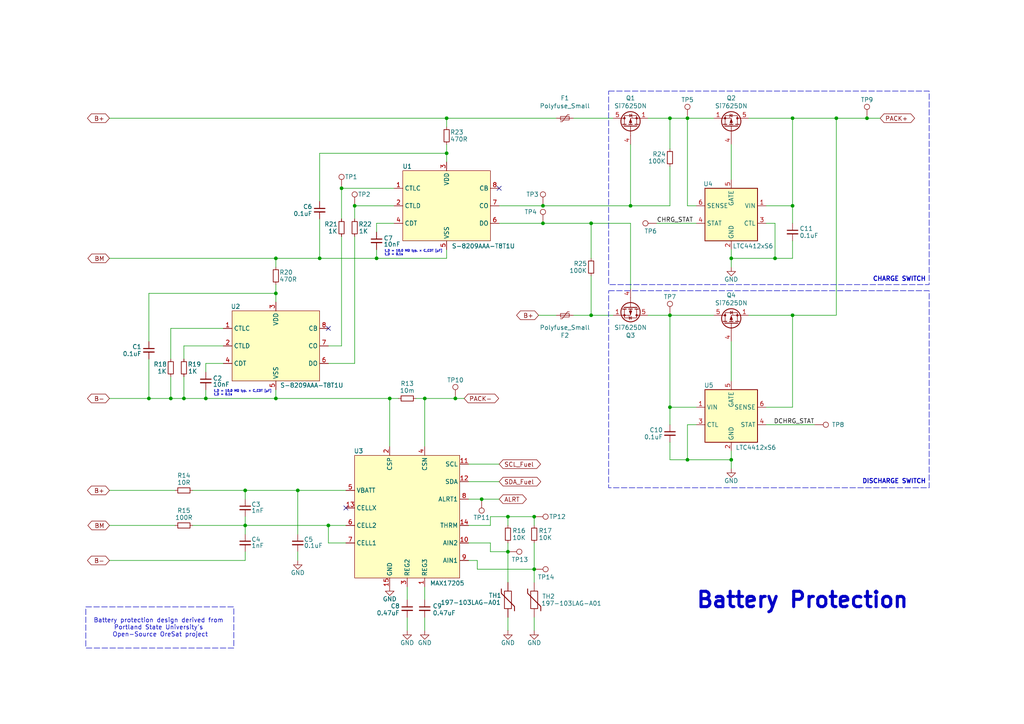
<source format=kicad_sch>
(kicad_sch (version 20231120) (generator "eeschema") (generator_version "8.0")
  (paper "A4")
  (title_block (title "Avionics-BatteryBoard") (date "2024-06-15") (rev "1.1") (company "Argus-1 Cubesat") (comment 1 "M. Holliday") (comment 2 "N. Khera"))
  (lib_symbols
    (symbol "BatteryBoard:MAX17205G"
      (property "Reference" "U" (at -15.494 19.05 0))
      (property "Value" "MAX17205" (at -0.508 -0.254 0))
      (symbol "MAX17205G_1_0"
        (pin power_in line (at 5.08 -20.32 90) (length 2.54) (name "REG3") (number "1"))
        (pin input line (at 17.78 -7.62 180) (length 2.54) (name "AIN2") (number "10"))
        (pin input line (at 17.78 15.24 180) (length 2.54) (name "SCL") (number "11"))
        (pin bidirectional line (at 17.78 10.16 180) (length 2.54) (name "SDA") (number "12"))
        (pin passive line (at -17.78 2.54 0) (length 2.54) (name "CELLX") (number "13"))
        (pin passive line (at 17.78 -2.54 180) (length 2.54) (name "THRM") (number "14"))
        (pin power_in line (at -5.08 -20.32 90) (length 2.54) (name "GND") (number "15"))
        (pin passive line (at -5.08 20.32 270) (length 2.54) (name "CSP") (number "2"))
        (pin power_in line (at 0 -20.32 90) (length 2.54) (name "REG2") (number "3"))
        (pin passive line (at 5.08 20.32 270) (length 2.54) (name "CSN") (number "4"))
        (pin power_in line (at -17.78 7.62 0) (length 2.54) (name "VBATT") (number "5"))
        (pin passive line (at -17.78 -2.54 0) (length 2.54) (name "CELL2") (number "6"))
        (pin passive line (at -17.78 -7.62 0) (length 2.54) (name "CELL1") (number "7"))
        (pin output line (at 17.78 5.08 180) (length 2.54) (name "ALRT1") (number "8"))
        (pin input line (at 17.78 -12.7 180) (length 2.54) (name "AIN1") (number "9"))
      )
      (symbol "MAX17205G_1_1"
        (rectangle (start -15.24 17.78) (end 15.24 -17.78) (fill (type background)))
      )
    )
    (symbol "BatteryBoard:S-8209AAA-T8T1U"
      (property "Reference" "U" (at -12.192 11.684 0))
      (property "Value" "S-8209AAA-T8T1U" (at 11.176 -11.684 0))
      (symbol "S-8209AAA-T8T1U_1_1"
        (rectangle (start -12.7 10.16) (end 12.7 -10.16) (fill (type background)))
        (pin input line (at -15.24 5.08 0) (length 2.54) (name "CTLC") (number "1"))
        (pin input line (at -15.24 0 0) (length 2.54) (name "CTLD") (number "2"))
        (pin power_in line (at 0 12.7 270) (length 2.54) (name "VDD") (number "3"))
        (pin passive line (at -15.24 -5.08 0) (length 2.54) (name "CDT") (number "4"))
        (pin passive line (at 0 -12.7 90) (length 2.54) (name "VSS") (number "5"))
        (pin output line (at 15.24 -5.08 180) (length 2.54) (name "DO") (number "6"))
        (pin output line (at 15.24 0 180) (length 2.54) (name "CO") (number "7"))
        (pin output line (at 15.24 5.08 180) (length 2.54) (name "CB") (number "8"))
      )
    )
    (symbol "Connector:TestPoint" (pin_numbers hide) (pin_names (offset 0.762) hide)
      (property "Reference" "TP" (at 0 6.858 0))
      (property "Value" "TestPoint" (at 0 5.08 0))
      (symbol "TestPoint_0_1"
        (circle (center 0 3.302) (radius 0.762))
      )
      (symbol "TestPoint_1_1"
        (pin passive line (at 0 0 90) (length 2.54) (name "1") (number "1"))
      )
    )
    (symbol "Device:C_Small" (pin_numbers hide) (pin_names (offset 0.254) hide)
      (property "Reference" "C" (at 0.254 1.778 0))
      (property "Value" "C_Small" (at 0.254 -2.032 0))
      (symbol "C_Small_0_1"
        (polyline (pts (xy -1.524 -0.508) (xy 1.524 -0.508)) (stroke (width 0.3302)))
        (polyline (pts (xy -1.524 0.508) (xy 1.524 0.508)) (stroke (width 0.3048)))
      )
      (symbol "C_Small_1_1"
        (pin passive line (at 0 2.54 270) (length 2.032) (name "~") (number "1"))
        (pin passive line (at 0 -2.54 90) (length 2.032) (name "~") (number "2"))
      )
    )
    (symbol "Device:Polyfuse_Small" (pin_numbers hide) (pin_names (offset 0))
      (property "Reference" "F" (at -1.905 0 90))
      (property "Value" "Polyfuse_Small" (at 1.905 0 90))
      (symbol "Polyfuse_Small_0_1"
        (rectangle (start -0.508 1.27) (end 0.508 -1.27))
        (polyline (pts (xy 0 2.54) (xy 0 -2.54)))
        (polyline (pts (xy -1.016 1.27) (xy -1.016 0.762) (xy 1.016 -0.762) (xy 1.016 -1.27)))
      )
      (symbol "Polyfuse_Small_1_1"
        (pin passive line (at 0 2.54 270) (length 0.635) (name "~") (number "1"))
        (pin passive line (at 0 -2.54 90) (length 0.635) (name "~") (number "2"))
      )
    )
    (symbol "Device:R_Small" (pin_numbers hide) (pin_names (offset 0.254) hide)
      (property "Reference" "R" (at 0.762 0.508 0))
      (property "Value" "R_Small" (at 0.762 -1.016 0))
      (symbol "R_Small_0_1"
        (rectangle (start -0.762 1.778) (end 0.762 -1.778) (stroke (width 0.2032)))
      )
      (symbol "R_Small_1_1"
        (pin passive line (at 0 2.54 270) (length 0.762) (name "~") (number "1"))
        (pin passive line (at 0 -2.54 90) (length 0.762) (name "~") (number "2"))
      )
    )
    (symbol "Device:Thermistor" (pin_numbers hide) (pin_names (offset 0))
      (property "Reference" "TH" (at 2.54 1.27 90))
      (property "Value" "Thermistor" (at -2.54 0 90))
      (symbol "Thermistor_0_1"
        (rectangle (start -1.016 2.54) (end 1.016 -2.54) (stroke (width 0.2032)))
        (polyline (pts (xy -1.905 3.175) (xy -1.905 1.905) (xy 1.905 -1.905) (xy 1.905 -3.175) (xy 1.905 -3.175)) (stroke (width 0.254)))
      )
      (symbol "Thermistor_1_1"
        (pin passive line (at 0 5.08 270) (length 2.54) (name "~") (number "1"))
        (pin passive line (at 0 -5.08 90) (length 2.54) (name "~") (number "2"))
      )
    )
    (symbol "Power_Management:LTC4412xS6"
      (property "Reference" "U" (at -6.35 8.89 0))
      (property "Value" "LTC4412xS6" (at 6.35 8.89 0))
      (symbol "LTC4412xS6_0_1"
        (rectangle (start -7.62 7.62) (end 7.62 -7.62) (stroke (width 0.254)) (fill (type background)))
      )
      (symbol "LTC4412xS6_1_1"
        (pin power_in line (at -10.16 2.54 0) (length 2.54) (name "VIN") (number "1"))
        (pin power_in line (at 0 -10.16 90) (length 2.54) (name "GND") (number "2"))
        (pin input line (at -10.16 -2.54 0) (length 2.54) (name "CTL") (number "3"))
        (pin open_collector line (at 10.16 -2.54 180) (length 2.54) (name "STAT") (number "4"))
        (pin output line (at 0 10.16 270) (length 2.54) (name "GATE") (number "5"))
        (pin input line (at 10.16 2.54 180) (length 2.54) (name "SENSE") (number "6"))
      )
    )
    (symbol "Transistor_FET:Si7617DN" (pin_names hide)
      (property "Reference" "Q" (at 5.08 1.905 0))
      (property "Value" "Si7617DN" (at 5.08 0 0))
      (symbol "Si7617DN_0_1"
        (polyline (pts (xy 0.254 0) (xy -2.54 0)))
        (polyline (pts (xy 0.254 1.905) (xy 0.254 -1.905)) (stroke (width 0.254)))
        (polyline (pts (xy 0.762 -1.27) (xy 0.762 -2.286)) (stroke (width 0.254)))
        (polyline (pts (xy 0.762 0.508) (xy 0.762 -0.508)) (stroke (width 0.254)))
        (polyline (pts (xy 0.762 2.286) (xy 0.762 1.27)) (stroke (width 0.254)))
        (polyline (pts (xy 2.54 2.54) (xy 2.54 1.778)))
        (polyline (pts (xy 2.54 -2.54) (xy 2.54 0) (xy 0.762 0)))
        (polyline (pts (xy 0.762 1.778) (xy 3.302 1.778) (xy 3.302 -1.778) (xy 0.762 -1.778)))
        (polyline (pts (xy 2.286 0) (xy 1.27 0.381) (xy 1.27 -0.381) (xy 2.286 0)) (fill (type outline)))
        (polyline (pts (xy 2.794 -0.508) (xy 2.921 -0.381) (xy 3.683 -0.381) (xy 3.81 -0.254)))
        (polyline (pts (xy 3.302 -0.381) (xy 2.921 0.254) (xy 3.683 0.254) (xy 3.302 -0.381)))
        (circle (center 1.651 0) (radius 2.794) (stroke (width 0.254)))
        (circle (center 2.54 -1.778) (radius 0.254) (fill (type outline)))
        (circle (center 2.54 1.778) (radius 0.254) (fill (type outline)))
      )
      (symbol "Si7617DN_1_1"
        (pin passive line (at 2.54 -5.08 90) (length 2.54) (name "S") (number "1"))
        (pin passive line (at 2.54 -5.08 90) (length 2.54) hide (name "S") (number "2"))
        (pin passive line (at 2.54 -5.08 90) (length 2.54) hide (name "S") (number "3"))
        (pin input line (at -5.08 0 0) (length 2.54) (name "G") (number "4"))
        (pin passive line (at 2.54 5.08 270) (length 2.54) (name "D") (number "5"))
      )
    )
    (symbol "power:GND" (power) (pin_numbers hide) (pin_names (offset 0) hide)
      (property "Value" "GND" (at 0 -3.81 0))
      (symbol "GND_0_1"
        (polyline (pts (xy 0 0) (xy 0 -1.27) (xy 1.27 -1.27) (xy 0 -2.54) (xy -1.27 -1.27) (xy 0 -1.27)))
      )
      (symbol "GND_1_1"
        (pin power_in line (at 0 0 270) (length 0) (name "~") (number "1"))
      )
    )
  )
  (junction (at 80.01 85.09))
  (junction (at 147.32 160.02))
  (junction (at 229.87 34.29))
  (junction (at 171.45 64.77))
  (junction (at 229.87 59.69))
  (junction (at 157.48 64.77))
  (junction (at 199.39 133.35))
  (junction (at 212.09 133.35))
  (junction (at 99.06 54.61))
  (junction (at 71.12 142.24))
  (junction (at 80.01 74.93))
  (junction (at 43.18 115.57))
  (junction (at 139.7 144.78))
  (junction (at 86.36 142.24))
  (junction (at 109.22 74.93))
  (junction (at 53.34 115.57))
  (junction (at 59.69 115.57))
  (junction (at 229.87 91.44))
  (junction (at 251.46 34.29))
  (junction (at 129.54 44.45))
  (junction (at 212.09 74.93))
  (junction (at 242.57 34.29))
  (junction (at 147.32 149.86))
  (junction (at 199.39 34.29))
  (junction (at 92.71 74.93))
  (junction (at 157.48 59.69))
  (junction (at 154.94 149.86))
  (junction (at 80.01 115.57))
  (junction (at 95.25 152.4))
  (junction (at 102.87 59.69))
  (junction (at 182.88 59.69))
  (junction (at 49.53 115.57))
  (junction (at 113.03 115.57))
  (junction (at 224.79 74.93))
  (junction (at 194.31 118.11))
  (junction (at 154.94 165.1))
  (junction (at 194.31 34.29))
  (junction (at 171.45 91.44))
  (junction (at 123.19 115.57))
  (junction (at 129.54 34.29))
  (junction (at 71.12 152.4))
  (junction (at 132.08 115.57))
  (junction (at 194.31 91.44))
  (no_connect (at 100.33 147.32))
  (no_connect (at 95.25 95.25))
  (no_connect (at 144.78 54.61))
  (wire (pts (xy 242.57 34.29) (xy 229.87 34.29)))
  (wire (pts (xy 166.37 34.29) (xy 177.8 34.29)))
  (wire (pts (xy 182.88 59.69) (xy 194.31 59.69)))
  (wire (pts (xy 142.24 149.86) (xy 142.24 152.4)))
  (wire (pts (xy 59.69 115.57) (xy 80.01 115.57)))
  (wire (pts (xy 147.32 149.86) (xy 147.32 152.4)))
  (wire (pts (xy 142.24 160.02) (xy 142.24 157.48)))
  (wire (pts (xy 49.53 109.22) (xy 49.53 115.57)))
  (wire (pts (xy 114.3 64.77) (xy 109.22 64.77)))
  (wire (pts (xy 212.09 41.91) (xy 212.09 52.07)))
  (wire (pts (xy 129.54 44.45) (xy 92.71 44.45)))
  (wire (pts (xy 135.89 144.78) (xy 139.7 144.78)))
  (wire (pts (xy 49.53 95.25) (xy 49.53 104.14)))
  (wire (pts (xy 154.94 179.07) (xy 154.94 182.88)))
  (wire (pts (xy 212.09 133.35) (xy 212.09 130.81)))
  (wire (pts (xy 187.96 91.44) (xy 194.31 91.44)))
  (wire (pts (xy 53.34 109.22) (xy 53.34 115.57)))
  (wire (pts (xy 31.75 142.24) (xy 50.8 142.24)))
  (wire (pts (xy 212.09 74.93) (xy 224.79 74.93)))
  (wire (pts (xy 109.22 74.93) (xy 129.54 74.93)))
  (wire (pts (xy 43.18 104.14) (xy 43.18 115.57)))
  (wire (pts (xy 182.88 41.91) (xy 182.88 59.69)))
  (wire (pts (xy 123.19 115.57) (xy 132.08 115.57)))
  (wire (pts (xy 199.39 59.69) (xy 199.39 34.29)))
  (wire (pts (xy 182.88 64.77) (xy 182.88 83.82)))
  (wire (pts (xy 109.22 64.77) (xy 109.22 67.31)))
  (wire (pts (xy 53.34 100.33) (xy 53.34 104.14)))
  (wire (pts (xy 59.69 105.41) (xy 59.69 107.95)))
  (wire (pts (xy 31.75 74.93) (xy 80.01 74.93)))
  (wire (pts (xy 31.75 152.4) (xy 50.8 152.4)))
  (wire (pts (xy 64.77 105.41) (xy 59.69 105.41)))
  (wire (pts (xy 71.12 160.02) (xy 71.12 162.56)))
  (wire (pts (xy 113.03 115.57) (xy 113.03 129.54)))
  (wire (pts (xy 86.36 142.24) (xy 86.36 154.94)))
  (wire (pts (xy 55.88 152.4) (xy 71.12 152.4)))
  (wire (pts (xy 171.45 64.77) (xy 157.48 64.77)))
  (wire (pts (xy 199.39 133.35) (xy 212.09 133.35)))
  (wire (pts (xy 86.36 160.02) (xy 86.36 162.56)))
  (wire (pts (xy 43.18 115.57) (xy 49.53 115.57)))
  (wire (pts (xy 229.87 59.69) (xy 229.87 34.29)))
  (wire (pts (xy 157.48 59.69) (xy 182.88 59.69)))
  (wire (pts (xy 71.12 152.4) (xy 95.25 152.4)))
  (wire (pts (xy 100.33 157.48) (xy 95.25 157.48)))
  (wire (pts (xy 123.19 179.07) (xy 123.19 182.88)))
  (wire (pts (xy 194.31 91.44) (xy 207.01 91.44)))
  (wire (pts (xy 64.77 95.25) (xy 49.53 95.25)))
  (wire (pts (xy 222.25 123.19) (xy 236.22 123.19)))
  (wire (pts (xy 99.06 54.61) (xy 99.06 63.5)))
  (wire (pts (xy 31.75 162.56) (xy 71.12 162.56)))
  (wire (pts (xy 114.3 59.69) (xy 102.87 59.69)))
  (wire (pts (xy 92.71 74.93) (xy 109.22 74.93)))
  (wire (pts (xy 139.7 144.78) (xy 144.78 144.78)))
  (wire (pts (xy 194.31 59.69) (xy 194.31 48.26)))
  (wire (pts (xy 132.08 115.57) (xy 134.62 115.57)))
  (wire (pts (xy 142.24 157.48) (xy 135.89 157.48)))
  (wire (pts (xy 53.34 115.57) (xy 59.69 115.57)))
  (wire (pts (xy 86.36 142.24) (xy 100.33 142.24)))
  (wire (pts (xy 217.17 91.44) (xy 229.87 91.44)))
  (wire (pts (xy 154.94 157.48) (xy 154.94 165.1)))
  (wire (pts (xy 92.71 63.5) (xy 92.71 74.93)))
  (wire (pts (xy 229.87 74.93) (xy 229.87 69.85)))
  (wire (pts (xy 135.89 134.62) (xy 144.78 134.62)))
  (wire (pts (xy 171.45 64.77) (xy 171.45 74.93)))
  (wire (pts (xy 102.87 59.69) (xy 102.87 63.5)))
  (wire (pts (xy 135.89 139.7) (xy 144.78 139.7)))
  (wire (pts (xy 194.31 133.35) (xy 194.31 128.27)))
  (wire (pts (xy 102.87 68.58) (xy 102.87 105.41)))
  (wire (pts (xy 229.87 91.44) (xy 242.57 91.44)))
  (wire (pts (xy 71.12 142.24) (xy 71.12 144.78)))
  (wire (pts (xy 154.94 165.1) (xy 154.94 168.91)))
  (wire (pts (xy 194.31 91.44) (xy 194.31 118.11)))
  (wire (pts (xy 129.54 41.91) (xy 129.54 44.45)))
  (wire (pts (xy 251.46 34.29) (xy 242.57 34.29)))
  (wire (pts (xy 190.5 64.77) (xy 201.93 64.77)))
  (wire (pts (xy 31.75 115.57) (xy 43.18 115.57)))
  (wire (pts (xy 123.19 170.18) (xy 123.19 173.99)))
  (wire (pts (xy 80.01 74.93) (xy 80.01 77.47)))
  (wire (pts (xy 71.12 152.4) (xy 71.12 154.94)))
  (wire (pts (xy 199.39 34.29) (xy 207.01 34.29)))
  (wire (pts (xy 251.46 34.29) (xy 255.27 34.29)))
  (wire (pts (xy 71.12 149.86) (xy 71.12 152.4)))
  (wire (pts (xy 49.53 115.57) (xy 53.34 115.57)))
  (wire (pts (xy 144.78 59.69) (xy 157.48 59.69)))
  (wire (pts (xy 199.39 133.35) (xy 199.39 123.19)))
  (wire (pts (xy 194.31 43.18) (xy 194.31 34.29)))
  (wire (pts (xy 138.43 162.56) (xy 135.89 162.56)))
  (wire (pts (xy 129.54 72.39) (xy 129.54 74.93)))
  (wire (pts (xy 199.39 123.19) (xy 201.93 123.19)))
  (wire (pts (xy 187.96 34.29) (xy 194.31 34.29)))
  (wire (pts (xy 142.24 160.02) (xy 147.32 160.02)))
  (wire (pts (xy 92.71 44.45) (xy 92.71 58.42)))
  (wire (pts (xy 120.65 115.57) (xy 123.19 115.57)))
  (wire (pts (xy 229.87 118.11) (xy 222.25 118.11)))
  (wire (pts (xy 147.32 160.02) (xy 147.32 157.48)))
  (wire (pts (xy 229.87 91.44) (xy 229.87 118.11)))
  (wire (pts (xy 118.11 170.18) (xy 118.11 173.99)))
  (wire (pts (xy 142.24 149.86) (xy 147.32 149.86)))
  (wire (pts (xy 229.87 34.29) (xy 217.17 34.29)))
  (wire (pts (xy 95.25 157.48) (xy 95.25 152.4)))
  (wire (pts (xy 212.09 74.93) (xy 212.09 72.39)))
  (wire (pts (xy 154.94 149.86) (xy 154.94 152.4)))
  (wire (pts (xy 166.37 91.44) (xy 171.45 91.44)))
  (wire (pts (xy 80.01 115.57) (xy 113.03 115.57)))
  (wire (pts (xy 138.43 165.1) (xy 138.43 162.56)))
  (wire (pts (xy 156.21 91.44) (xy 161.29 91.44)))
  (wire (pts (xy 147.32 149.86) (xy 154.94 149.86)))
  (wire (pts (xy 129.54 34.29) (xy 129.54 36.83)))
  (wire (pts (xy 80.01 85.09) (xy 80.01 87.63)))
  (wire (pts (xy 123.19 115.57) (xy 123.19 129.54)))
  (wire (pts (xy 118.11 179.07) (xy 118.11 182.88)))
  (wire (pts (xy 194.31 133.35) (xy 199.39 133.35)))
  (wire (pts (xy 212.09 99.06) (xy 212.09 110.49)))
  (wire (pts (xy 212.09 135.89) (xy 212.09 133.35)))
  (wire (pts (xy 59.69 113.03) (xy 59.69 115.57)))
  (wire (pts (xy 102.87 105.41) (xy 95.25 105.41)))
  (wire (pts (xy 171.45 91.44) (xy 171.45 80.01)))
  (wire (pts (xy 224.79 64.77) (xy 222.25 64.77)))
  (wire (pts (xy 194.31 34.29) (xy 199.39 34.29)))
  (wire (pts (xy 43.18 85.09) (xy 80.01 85.09)))
  (wire (pts (xy 64.77 100.33) (xy 53.34 100.33)))
  (wire (pts (xy 229.87 59.69) (xy 229.87 64.77)))
  (wire (pts (xy 142.24 152.4) (xy 135.89 152.4)))
  (wire (pts (xy 129.54 44.45) (xy 129.54 46.99)))
  (wire (pts (xy 224.79 74.93) (xy 224.79 64.77)))
  (wire (pts (xy 99.06 54.61) (xy 114.3 54.61)))
  (wire (pts (xy 95.25 152.4) (xy 100.33 152.4)))
  (wire (pts (xy 171.45 64.77) (xy 182.88 64.77)))
  (wire (pts (xy 80.01 82.55) (xy 80.01 85.09)))
  (wire (pts (xy 201.93 59.69) (xy 199.39 59.69)))
  (wire (pts (xy 212.09 77.47) (xy 212.09 74.93)))
  (wire (pts (xy 99.06 68.58) (xy 99.06 100.33)))
  (wire (pts (xy 80.01 74.93) (xy 92.71 74.93)))
  (wire (pts (xy 147.32 160.02) (xy 147.32 168.91)))
  (wire (pts (xy 171.45 91.44) (xy 177.8 91.44)))
  (wire (pts (xy 224.79 74.93) (xy 229.87 74.93)))
  (wire (pts (xy 31.75 34.29) (xy 129.54 34.29)))
  (wire (pts (xy 71.12 142.24) (xy 86.36 142.24)))
  (wire (pts (xy 194.31 118.11) (xy 201.93 118.11)))
  (wire (pts (xy 222.25 59.69) (xy 229.87 59.69)))
  (wire (pts (xy 194.31 123.19) (xy 194.31 118.11)))
  (wire (pts (xy 113.03 115.57) (xy 115.57 115.57)))
  (wire (pts (xy 109.22 72.39) (xy 109.22 74.93)))
  (wire (pts (xy 144.78 64.77) (xy 157.48 64.77)))
  (wire (pts (xy 129.54 34.29) (xy 161.29 34.29)))
  (wire (pts (xy 99.06 100.33) (xy 95.25 100.33)))
  (wire (pts (xy 80.01 113.03) (xy 80.01 115.57)))
  (wire (pts (xy 55.88 142.24) (xy 71.12 142.24)))
  (wire (pts (xy 147.32 179.07) (xy 147.32 182.88)))
  (wire (pts (xy 242.57 91.44) (xy 242.57 34.29)))
  (wire (pts (xy 43.18 85.09) (xy 43.18 99.06)))
  (wire (pts (xy 154.94 165.1) (xy 138.43 165.1)))
  (rectangle (start 176.53 84.328) (end 269.494 141.478) (stroke (width 0) (type dash)))
  (rectangle (start 176.53 26.416) (end 269.494 82.55) (stroke (width 0) (type dash)))
  (rectangle (start 24.892 176.022) (end 67.818 187.96) (stroke (width 0) (type dash)))
  (text "t_D = 10.0 MΩ typ. × C_CDT [μF]\nt_D = 0.1s" (at 61.976 114.046 0) (effects (font (size 0.635 0.635)) (justify left)))
  (text "DISCHARGE SWITCH" (at 259.334 139.7 0) (effects (font (size 1.27 1.27) (thickness 0.254) (bold yes))))
  (text "Battery protection design derived from \nPortland State University's \nOpen-Source OreSat project" (at 46.482 182.118 0) (effects (font (size 1.27 1.27))))
  (text "t_D = 10.0 MΩ typ. × C_CDT [μF]\nt_D = 0.1s" (at 111.506 73.406 0) (effects (font (size 0.635 0.635)) (justify left)))
  (text "CHARGE SWITCH" (at 260.858 81.026 0) (effects (font (size 1.27 1.27) (thickness 0.254) (bold yes))))
  (text "Battery Protection" (at 201.676 176.784 0) (effects (font (size 4.445 4.445) (thickness 0.889) (bold yes)) (justify left bottom)))
  (label "CHRG_STAT" (at 190.5 64.77 0))
  (label "DCHRG_STAT" (at 236.22 123.19 180))
  (global_label "B-" (shape bidirectional) (at 31.75 115.57 180) (property "Intersheetrefs" "${INTERSHEET_REFS}" (effects (hide yes))))
  (global_label "SDA_Fuel" (shape bidirectional) (at 144.78 139.7 0) (property "Intersheetrefs" "${INTERSHEET_REFS}" (effects (hide yes))))
  (global_label "B+" (shape bidirectional) (at 156.21 91.44 180) (property "Intersheetrefs" "${INTERSHEET_REFS}" (effects (hide yes))))
  (global_label "PACK-" (shape bidirectional) (at 134.62 115.57 0) (property "Intersheetrefs" "${INTERSHEET_REFS}" (effects (hide yes))))
  (global_label "ALRT" (shape bidirectional) (at 144.78 144.78 0) (property "Intersheetrefs" "${INTERSHEET_REFS}" (effects (hide yes))))
  (global_label "SCL_Fuel" (shape bidirectional) (at 144.78 134.62 0) (property "Intersheetrefs" "${INTERSHEET_REFS}" (effects (hide yes))))
  (global_label "B+" (shape bidirectional) (at 31.75 34.29 180) (property "Intersheetrefs" "${INTERSHEET_REFS}" (effects (hide yes))))
  (global_label "BM" (shape bidirectional) (at 31.75 74.93 180) (property "Intersheetrefs" "${INTERSHEET_REFS}" (effects (hide yes))))
  (global_label "BM" (shape bidirectional) (at 31.75 152.4 180) (property "Intersheetrefs" "${INTERSHEET_REFS}" (effects (hide yes))))
  (global_label "B+" (shape bidirectional) (at 31.75 142.24 180) (property "Intersheetrefs" "${INTERSHEET_REFS}" (effects (hide yes))))
  (global_label "PACK+" (shape bidirectional) (at 255.27 34.29 0) (property "Intersheetrefs" "${INTERSHEET_REFS}" (effects (hide yes))))
  (global_label "B-" (shape bidirectional) (at 31.75 162.56 180) (property "Intersheetrefs" "${INTERSHEET_REFS}" (effects (hide yes))))
  (symbol (lib_id "Device:R_Small") (at 118.11 115.57 270) (unit 1)
    (property "Reference" "R13" (at 118.11 111.252 90))
    (property "Value" "10m" (at 118.11 113.284 90))
    (property "Footprint" "Resistor_SMD:R_2512_6332Metric" (effects (hide yes)))
    (property "Description" "Resistor, small symbol" (effects (hide yes)))
  )
  (symbol (lib_id "Device:R_Small") (at 147.32 154.94 0) (unit 1)
    (property "Reference" "R16" (at 148.59 153.924 0) (effects (justify left)))
    (property "Value" "10K" (at 148.59 155.956 0) (effects (justify left)))
    (property "Footprint" "Resistor_SMD:R_0603_1608Metric" (effects (hide yes)))
    (property "Description" "Resistor, small symbol" (effects (hide yes)))
  )
  (symbol (lib_id "Device:Thermistor") (at 147.32 173.99 0) (unit 1)
    (property "Reference" "TH1" (at 141.732 172.72 0) (effects (justify left)))
    (property "Value" "197-103LAG-A01" (at 127.762 174.752 0) (effects (justify left)))
    (property "Footprint" "Resistor_THT:R_Axial_DIN0204_L3.6mm_D1.6mm_P5.08mm_Vertical" (effects (hide yes)))
  )
  (symbol (lib_id "Device:Polyfuse_Small") (at 163.83 34.29 90) (unit 1)
    (property "Reference" "F1" (at 163.83 28.448 90))
    (property "Value" "Polyfuse_Small" (at 163.83 30.734 90))
    (property "Description" "Resettable fuse, polymeric positive temperature coefficient, small symbol" (effects (hide yes)))
  )
  (symbol (lib_id "Device:C_Small") (at 229.87 67.31 0) (unit 1)
    (property "Reference" "C11" (at 231.902 66.294 0) (effects (justify left)))
    (property "Value" "0.1uF" (at 231.902 68.326 0) (effects (justify left)))
    (property "Footprint" "Capacitor_SMD:C_0603_1608Metric" (effects (hide yes)))
    (property "Description" "Unpolarized capacitor, small symbol" (effects (hide yes)))
  )
  (symbol (lib_id "Device:C_Small") (at 118.11 176.53 0) (unit 1)
    (property "Reference" "C8" (at 113.284 175.768 0) (effects (justify left)))
    (property "Value" "0.47uF" (at 109.22 177.8 0) (effects (justify left)))
    (property "Footprint" "Capacitor_SMD:C_0603_1608Metric" (effects (hide yes)))
    (property "Description" "Unpolarized capacitor, small symbol" (effects (hide yes)))
  )
  (symbol (lib_id "Device:R_Small") (at 49.53 106.68 180) (unit 1)
    (property "Reference" "R18" (at 46.482 105.664 0))
    (property "Value" "1K" (at 46.99 107.696 0))
    (property "Footprint" "Resistor_SMD:R_0603_1608Metric" (effects (hide yes)))
    (property "Description" "Resistor, small symbol" (effects (hide yes)))
  )
  (symbol (lib_id "Device:Thermistor") (at 154.94 173.99 0) (unit 1)
    (property "Reference" "TH2" (at 157.226 172.974 0) (effects (justify left)))
    (property "Value" "197-103LAG-A01" (at 156.972 175.006 0) (effects (justify left)))
    (property "Footprint" "Resistor_THT:R_Axial_DIN0204_L3.6mm_D1.6mm_P5.08mm_Vertical" (effects (hide yes)))
  )
  (symbol (lib_id "Device:R_Small") (at 102.87 66.04 180) (unit 1)
    (property "Reference" "R22" (at 105.918 65.024 0))
    (property "Value" "1K" (at 105.41 67.056 0))
    (property "Footprint" "Resistor_SMD:R_0603_1608Metric" (effects (hide yes)))
    (property "Description" "Resistor, small symbol" (effects (hide yes)))
  )
  (symbol (lib_id "power:GND") (at 113.03 170.18 0) (unit 1)
    (property "Reference" "#PWR013" (effects (hide yes)))
    (property "Value" "GND" (at 113.03 173.736 0))
    (property "Description" "Power symbol creates a global label with name \"GND\" , ground" (effects (hide yes)))
  )
  (symbol (lib_id "Device:R_Small") (at 129.54 39.37 0) (unit 1)
    (property "Reference" "R23" (at 130.556 38.354 0) (effects (justify left)))
    (property "Value" "470R" (at 130.556 40.386 0) (effects (justify left)))
    (property "Footprint" "Resistor_SMD:R_0603_1608Metric" (effects (hide yes)))
    (property "Description" "Resistor, small symbol" (effects (hide yes)))
  )
  (symbol (lib_id "Device:R_Small") (at 194.31 45.72 0) (unit 1)
    (property "Reference" "R24" (at 189.23 44.704 0) (effects (justify left)))
    (property "Value" "100K" (at 187.96 46.736 0) (effects (justify left)))
    (property "Footprint" "Resistor_SMD:R_0603_1608Metric" (effects (hide yes)))
    (property "Description" "Resistor, small symbol" (effects (hide yes)))
  )
  (symbol (lib_id "Connector:TestPoint") (at 147.32 160.02 270) (mirror x) (unit 1)
    (property "Reference" "TP13" (at 148.336 162.306 90) (effects (justify left)))
    (property "Value" "TestPoint" (effects (hide yes)))
    (property "Footprint" "TestPoint:TestPoint_Loop_D1.80mm_Drill1.0mm_Beaded" (effects (hide yes)))
    (property "DNP" "DNP" (effects (hide yes)))
  )
  (symbol (lib_id "Connector:TestPoint") (at 154.94 165.1 270) (mirror x) (unit 1)
    (property "Reference" "TP14" (at 155.956 167.386 90) (effects (justify left)))
    (property "Value" "TestPoint" (effects (hide yes)))
    (property "Footprint" "TestPoint:TestPoint_Loop_D1.80mm_Drill1.0mm_Beaded" (effects (hide yes)))
    (property "DNP" "DNP" (effects (hide yes)))
  )
  (symbol (lib_id "BatteryBoard:MAX17205G") (at 118.11 149.86 0) (unit 1)
    (property "Reference" "U3" (at 102.616 130.81 0) (effects (justify left)))
    (property "Value" "MAX17205" (at 124.714 169.164 0) (effects (justify left)))
    (property "Footprint" "Package_DFN_QFN:TDFN-14-1EP_3x3mm_P0.4mm_EP1.78x2.35mm" (effects (hide yes)))
  )
  (symbol (lib_id "Transistor_FET:Si7617DN") (at 182.88 36.83 90) (unit 1)
    (property "Reference" "Q1" (at 182.88 28.448 90))
    (property "Value" "Si7625DN" (at 182.88 30.734 90))
    (property "Footprint" "Package_SO:Vishay_PowerPAK_1212-8_Single" (effects (hide yes)))
    (property "Datasheet" "https://www.vishay.com/docs/65164/si7617dn.pdf" (effects (hide yes)))
    (property "Description" "-35A Id, -30V Vds, 0.0123 Ohm Ron, PowerPAK-8" (effects (hide yes)))
  )
  (symbol (lib_id "Connector:TestPoint") (at 154.94 149.86 270) (mirror x) (unit 1)
    (property "Reference" "TP12" (at 159.258 149.86 90) (effects (justify left)))
    (property "Value" "TestPoint" (effects (hide yes)))
    (property "Footprint" "TestPoint:TestPoint_Loop_D1.80mm_Drill1.0mm_Beaded" (effects (hide yes)))
    (property "DNP" "DNP" (effects (hide yes)))
  )
  (symbol (lib_id "power:GND") (at 123.19 182.88 0) (unit 1)
    (property "Reference" "#PWR04" (effects (hide yes)))
    (property "Value" "GND" (at 123.19 186.436 0))
    (property "Description" "Power symbol creates a global label with name \"GND\" , ground" (effects (hide yes)))
  )
  (symbol (lib_id "Connector:TestPoint") (at 157.48 59.69 0) (mirror y) (unit 1)
    (property "Reference" "TP3" (at 154.432 56.388 0))
    (property "Value" "TestPoint" (effects (hide yes)))
    (property "Footprint" "TestPoint:TestPoint_Loop_D1.80mm_Drill1.0mm_Beaded" (effects (hide yes)))
    (property "DNP" "DNP" (effects (hide yes)))
  )
  (symbol (lib_id "Power_Management:LTC4412xS6") (at 212.09 120.65 0) (unit 1)
    (property "Reference" "U5" (at 204.216 111.76 0) (effects (justify left)))
    (property "Value" "LTC4412xS6" (at 213.36 129.794 0) (effects (justify left)))
    (property "Footprint" "Package_TO_SOT_SMD:TSOT-23-6" (effects (hide yes)))
    (property "Datasheet" "https://www.analog.com/media/en/technical-documentation/data-sheets/4412fb.pdf" (effects (hide yes)))
    (property "Description" "Low Loss PowerPath Controller, TSOT-23-6" (effects (hide yes)))
  )
  (symbol (lib_id "power:GND") (at 86.36 162.56 0) (unit 1)
    (property "Reference" "#PWR02" (effects (hide yes)))
    (property "Value" "GND" (at 86.36 166.116 0))
    (property "Description" "Power symbol creates a global label with name \"GND\" , ground" (effects (hide yes)))
  )
  (symbol (lib_id "Connector:TestPoint") (at 102.87 59.69 0) (mirror y) (unit 1)
    (property "Reference" "TP2" (at 105.664 56.388 0))
    (property "Value" "TestPoint" (effects (hide yes)))
    (property "Footprint" "TestPoint:TestPoint_Loop_D1.80mm_Drill1.0mm_Beaded" (effects (hide yes)))
    (property "DNP" "DNP" (effects (hide yes)))
  )
  (symbol (lib_id "BatteryBoard:S-8209AAA-T8T1U") (at 129.54 59.69 0) (unit 1)
    (property "Reference" "U1" (at 118.11 48.26 0))
    (property "Value" "S-8209AAA-T8T1U" (at 140.208 71.374 0))
    (property "Footprint" "Package_SO:TSSOP-8_4.4x3mm_P0.65mm" (effects (hide yes)))
  )
  (symbol (lib_id "Device:C_Small") (at 43.18 101.6 0) (unit 1)
    (property "Reference" "C1" (at 38.354 100.584 0) (effects (justify left)))
    (property "Value" "0.1uF" (at 35.56 102.616 0) (effects (justify left)))
    (property "Footprint" "Capacitor_SMD:C_0603_1608Metric" (effects (hide yes)))
    (property "Description" "Unpolarized capacitor, small symbol" (effects (hide yes)))
  )
  (symbol (lib_id "Connector:TestPoint") (at 236.22 123.19 270) (mirror x) (unit 1)
    (property "Reference" "TP8" (at 243.078 123.19 90))
    (property "Value" "TestPoint" (effects (hide yes)))
    (property "Footprint" "TestPoint:TestPoint_Loop_D1.80mm_Drill1.0mm_Beaded" (effects (hide yes)))
    (property "DNP" "DNP" (effects (hide yes)))
  )
  (symbol (lib_id "BatteryBoard:S-8209AAA-T8T1U") (at 80.01 100.33 0) (unit 1)
    (property "Reference" "U2" (at 68.326 88.9 0))
    (property "Value" "S-8209AAA-T8T1U" (at 90.424 111.76 0))
    (property "Footprint" "Package_SO:TSSOP-8_4.4x3mm_P0.65mm" (effects (hide yes)))
  )
  (symbol (lib_id "Device:C_Small") (at 71.12 157.48 0) (unit 1)
    (property "Reference" "C4" (at 72.898 156.464 0) (effects (justify left)))
    (property "Value" "1nF" (at 72.898 158.242 0) (effects (justify left)))
    (property "Footprint" "Capacitor_SMD:C_0603_1608Metric" (effects (hide yes)))
    (property "Description" "Unpolarized capacitor, small symbol" (effects (hide yes)))
  )
  (symbol (lib_id "Device:C_Small") (at 86.36 157.48 0) (unit 1)
    (property "Reference" "C5" (at 88.138 156.464 0) (effects (justify left)))
    (property "Value" "0.1uF" (at 88.138 158.242 0) (effects (justify left)))
    (property "Footprint" "Capacitor_SMD:C_0603_1608Metric" (effects (hide yes)))
    (property "Description" "Unpolarized capacitor, small symbol" (effects (hide yes)))
  )
  (symbol (lib_id "Connector:TestPoint") (at 251.46 34.29 0) (unit 1)
    (property "Reference" "TP9" (at 251.46 28.956 0))
    (property "Value" "TestPoint" (effects (hide yes)))
    (property "Footprint" "TestPoint:TestPoint_Loop_D1.80mm_Drill1.0mm_Beaded" (effects (hide yes)))
    (property "DNP" "DNP" (effects (hide yes)))
  )
  (symbol (lib_id "Device:R_Small") (at 80.01 80.01 0) (unit 1)
    (property "Reference" "R20" (at 81.026 78.994 0) (effects (justify left)))
    (property "Value" "470R" (at 81.026 81.026 0) (effects (justify left)))
    (property "Footprint" "Resistor_SMD:R_0603_1608Metric" (effects (hide yes)))
    (property "Description" "Resistor, small symbol" (effects (hide yes)))
  )
  (symbol (lib_id "power:GND") (at 147.32 182.88 0) (unit 1)
    (property "Reference" "#PWR05" (effects (hide yes)))
    (property "Value" "GND" (at 147.32 186.436 0))
    (property "Description" "Power symbol creates a global label with name \"GND\" , ground" (effects (hide yes)))
  )
  (symbol (lib_id "Connector:TestPoint") (at 194.31 91.44 0) (mirror y) (unit 1)
    (property "Reference" "TP7" (at 194.31 86.106 0))
    (property "Value" "TestPoint" (effects (hide yes)))
    (property "Footprint" "TestPoint:TestPoint_Loop_D1.80mm_Drill1.0mm_Beaded" (effects (hide yes)))
    (property "DNP" "DNP" (effects (hide yes)))
  )
  (symbol (lib_id "Connector:TestPoint") (at 190.5 64.77 90) (mirror x) (unit 1)
    (property "Reference" "TP6" (at 188.722 67.056 90))
    (property "Value" "TestPoint" (effects (hide yes)))
    (property "Footprint" "TestPoint:TestPoint_Loop_D1.80mm_Drill1.0mm_Beaded" (effects (hide yes)))
    (property "DNP" "DNP" (effects (hide yes)))
  )
  (symbol (lib_id "Transistor_FET:Si7617DN") (at 182.88 88.9 270) (unit 1)
    (property "Reference" "Q3" (at 182.88 97.282 90))
    (property "Value" "Si7625DN" (at 182.88 94.996 90))
    (property "Footprint" "Package_SO:Vishay_PowerPAK_1212-8_Single" (effects (hide yes)))
    (property "Datasheet" "https://www.vishay.com/docs/65164/si7617dn.pdf" (effects (hide yes)))
    (property "Description" "-35A Id, -30V Vds, 0.0123 Ohm Ron, PowerPAK-8" (effects (hide yes)))
  )
  (symbol (lib_id "Device:R_Small") (at 154.94 154.94 0) (unit 1)
    (property "Reference" "R17" (at 156.21 153.924 0) (effects (justify left)))
    (property "Value" "10K" (at 156.21 155.956 0) (effects (justify left)))
    (property "Footprint" "Resistor_SMD:R_0603_1608Metric" (effects (hide yes)))
    (property "Description" "Resistor, small symbol" (effects (hide yes)))
  )
  (symbol (lib_id "Power_Management:LTC4412xS6") (at 212.09 62.23 0) (mirror y) (unit 1)
    (property "Reference" "U4" (at 206.756 53.34 0) (effects (justify left)))
    (property "Value" "LTC4412xS6" (at 224.282 71.374 0) (effects (justify left)))
    (property "Footprint" "Package_TO_SOT_SMD:TSOT-23-6" (effects (hide yes)))
    (property "Datasheet" "https://www.analog.com/media/en/technical-documentation/data-sheets/4412fb.pdf" (effects (hide yes)))
    (property "Description" "Low Loss PowerPath Controller, TSOT-23-6" (effects (hide yes)))
  )
  (symbol (lib_id "Device:R_Small") (at 99.06 66.04 180) (unit 1)
    (property "Reference" "R21" (at 96.012 65.024 0))
    (property "Value" "1K" (at 96.52 67.056 0))
    (property "Footprint" "Resistor_SMD:R_0603_1608Metric" (effects (hide yes)))
    (property "Description" "Resistor, small symbol" (effects (hide yes)))
  )
  (symbol (lib_id "Transistor_FET:Si7617DN") (at 212.09 36.83 270) (mirror x) (unit 1)
    (property "Reference" "Q2" (at 212.09 28.448 90))
    (property "Value" "Si7625DN" (at 212.09 30.734 90))
    (property "Footprint" "Package_SO:Vishay_PowerPAK_1212-8_Single" (effects (hide yes)))
    (property "Datasheet" "https://www.vishay.com/docs/65164/si7617dn.pdf" (effects (hide yes)))
    (property "Description" "-35A Id, -30V Vds, 0.0123 Ohm Ron, PowerPAK-8" (effects (hide yes)))
  )
  (symbol (lib_id "Device:C_Small") (at 109.22 69.85 0) (unit 1)
    (property "Reference" "C7" (at 111.252 69.088 0) (effects (justify left)))
    (property "Value" "10nF" (at 111.252 70.866 0) (effects (justify left)))
    (property "Footprint" "Capacitor_SMD:C_0603_1608Metric" (effects (hide yes)))
    (property "Description" "Unpolarized capacitor, small symbol" (effects (hide yes)))
  )
  (symbol (lib_id "Connector:TestPoint") (at 132.08 115.57 0) (mirror y) (unit 1)
    (property "Reference" "TP10" (at 132.08 110.236 0))
    (property "Value" "TestPoint" (effects (hide yes)))
    (property "Footprint" "TestPoint:TestPoint_Loop_D1.80mm_Drill1.0mm_Beaded" (effects (hide yes)))
    (property "DNP" "DNP" (effects (hide yes)))
  )
  (symbol (lib_id "Device:R_Small") (at 53.34 142.24 270) (unit 1)
    (property "Reference" "R14" (at 53.34 137.922 90))
    (property "Value" "10R" (at 53.34 139.954 90))
    (property "Footprint" "Resistor_SMD:R_0603_1608Metric" (effects (hide yes)))
    (property "Description" "Resistor, small symbol" (effects (hide yes)))
  )
  (symbol (lib_id "Connector:TestPoint") (at 99.06 54.61 0) (mirror y) (unit 1)
    (property "Reference" "TP1" (at 101.854 51.308 0))
    (property "Value" "TestPoint" (effects (hide yes)))
    (property "Footprint" "TestPoint:TestPoint_Loop_D1.80mm_Drill1.0mm_Beaded" (effects (hide yes)))
    (property "DNP" "DNP" (effects (hide yes)))
  )
  (symbol (lib_id "power:GND") (at 212.09 135.89 0) (unit 1)
    (property "Reference" "#PWR08" (effects (hide yes)))
    (property "Value" "GND" (at 212.09 139.446 0))
    (property "Description" "Power symbol creates a global label with name \"GND\" , ground" (effects (hide yes)))
  )
  (symbol (lib_id "Transistor_FET:Si7617DN") (at 212.09 93.98 90) (unit 1)
    (property "Reference" "Q4" (at 212.09 85.598 90))
    (property "Value" "Si7625DN" (at 212.09 87.884 90))
    (property "Footprint" "Package_SO:Vishay_PowerPAK_1212-8_Single" (effects (hide yes)))
    (property "Datasheet" "https://www.vishay.com/docs/65164/si7617dn.pdf" (effects (hide yes)))
    (property "Description" "-35A Id, -30V Vds, 0.0123 Ohm Ron, PowerPAK-8" (effects (hide yes)))
  )
  (symbol (lib_id "Device:C_Small") (at 123.19 176.53 0) (unit 1)
    (property "Reference" "C9" (at 125.476 175.768 0) (effects (justify left)))
    (property "Value" "0.47uF" (at 125.476 177.8 0) (effects (justify left)))
    (property "Footprint" "Capacitor_SMD:C_0603_1608Metric" (effects (hide yes)))
    (property "Description" "Unpolarized capacitor, small symbol" (effects (hide yes)))
  )
  (symbol (lib_id "Device:R_Small") (at 53.34 106.68 180) (unit 1)
    (property "Reference" "R19" (at 56.388 105.664 0))
    (property "Value" "1K" (at 55.88 107.696 0))
    (property "Footprint" "Resistor_SMD:R_0603_1608Metric" (effects (hide yes)))
    (property "Description" "Resistor, small symbol" (effects (hide yes)))
  )
  (symbol (lib_id "Device:R_Small") (at 53.34 152.4 270) (unit 1)
    (property "Reference" "R15" (at 53.34 148.082 90))
    (property "Value" "100R" (at 53.34 150.114 90))
    (property "Footprint" "Resistor_SMD:R_0603_1608Metric" (effects (hide yes)))
    (property "Description" "Resistor, small symbol" (effects (hide yes)))
  )
  (symbol (lib_id "Connector:TestPoint") (at 199.39 34.29 0) (mirror y) (unit 1)
    (property "Reference" "TP5" (at 199.39 28.956 0))
    (property "Value" "TestPoint" (effects (hide yes)))
    (property "Footprint" "TestPoint:TestPoint_Loop_D1.80mm_Drill1.0mm_Beaded" (effects (hide yes)))
    (property "DNP" "DNP" (effects (hide yes)))
  )
  (symbol (lib_id "power:GND") (at 212.09 77.47 0) (unit 1)
    (property "Reference" "#PWR07" (effects (hide yes)))
    (property "Value" "GND" (at 212.09 81.026 0))
    (property "Description" "Power symbol creates a global label with name \"GND\" , ground" (effects (hide yes)))
  )
  (symbol (lib_id "Device:C_Small") (at 71.12 147.32 0) (unit 1)
    (property "Reference" "C3" (at 72.898 146.304 0) (effects (justify left)))
    (property "Value" "1nF" (at 72.898 148.082 0) (effects (justify left)))
    (property "Footprint" "Capacitor_SMD:C_0603_1608Metric" (effects (hide yes)))
    (property "Description" "Unpolarized capacitor, small symbol" (effects (hide yes)))
  )
  (symbol (lib_id "Device:Polyfuse_Small") (at 163.83 91.44 90) (unit 1)
    (property "Reference" "F2" (at 163.83 97.282 90))
    (property "Value" "Polyfuse_Small" (at 163.83 94.996 90))
    (property "Description" "Resettable fuse, polymeric positive temperature coefficient, small symbol" (effects (hide yes)))
  )
  (symbol (lib_id "Connector:TestPoint") (at 157.48 64.77 0) (mirror y) (unit 1)
    (property "Reference" "TP4" (at 153.924 61.468 0))
    (property "Value" "TestPoint" (effects (hide yes)))
    (property "Footprint" "TestPoint:TestPoint_Loop_D1.80mm_Drill1.0mm_Beaded" (effects (hide yes)))
    (property "DNP" "DNP" (effects (hide yes)))
  )
  (symbol (lib_id "Device:C_Small") (at 59.69 110.49 0) (unit 1)
    (property "Reference" "C2" (at 61.722 109.728 0) (effects (justify left)))
    (property "Value" "10nF" (at 61.722 111.506 0) (effects (justify left)))
    (property "Footprint" "Capacitor_SMD:C_0603_1608Metric" (effects (hide yes)))
    (property "Description" "Unpolarized capacitor, small symbol" (effects (hide yes)))
  )
  (symbol (lib_id "power:GND") (at 154.94 182.88 0) (unit 1)
    (property "Reference" "#PWR06" (effects (hide yes)))
    (property "Value" "GND" (at 154.94 186.436 0))
    (property "Description" "Power symbol creates a global label with name \"GND\" , ground" (effects (hide yes)))
  )
  (symbol (lib_id "Device:R_Small") (at 171.45 77.47 0) (unit 1)
    (property "Reference" "R25" (at 166.37 76.454 0) (effects (justify left)))
    (property "Value" "100K" (at 165.1 78.486 0) (effects (justify left)))
    (property "Footprint" "Resistor_SMD:R_0603_1608Metric" (effects (hide yes)))
    (property "Description" "Resistor, small symbol" (effects (hide yes)))
  )
  (symbol (lib_id "Connector:TestPoint") (at 139.7 144.78 0) (mirror x) (unit 1)
    (property "Reference" "TP11" (at 139.7 150.114 0))
    (property "Value" "TestPoint" (effects (hide yes)))
    (property "Footprint" "TestPoint:TestPoint_Loop_D1.80mm_Drill1.0mm_Beaded" (effects (hide yes)))
    (property "DNP" "DNP" (effects (hide yes)))
  )
  (symbol (lib_id "Device:C_Small") (at 92.71 60.96 0) (unit 1)
    (property "Reference" "C6" (at 87.884 59.944 0) (effects (justify left)))
    (property "Value" "0.1uF" (at 85.09 61.976 0) (effects (justify left)))
    (property "Footprint" "Capacitor_SMD:C_0603_1608Metric" (effects (hide yes)))
    (property "Description" "Unpolarized capacitor, small symbol" (effects (hide yes)))
  )
  (symbol (lib_id "power:GND") (at 118.11 182.88 0) (unit 1)
    (property "Reference" "#PWR03" (effects (hide yes)))
    (property "Value" "GND" (at 118.11 186.436 0))
    (property "Description" "Power symbol creates a global label with name \"GND\" , ground" (effects (hide yes)))
  )
  (symbol (lib_id "Device:C_Small") (at 194.31 125.73 0) (mirror y) (unit 1)
    (property "Reference" "C10" (at 192.278 124.714 0) (effects (justify left)))
    (property "Value" "0.1uF" (at 192.278 126.746 0) (effects (justify left)))
    (property "Footprint" "Capacitor_SMD:C_0603_1608Metric" (effects (hide yes)))
    (property "Description" "Unpolarized capacitor, small symbol" (effects (hide yes)))
  )
)
</source>
